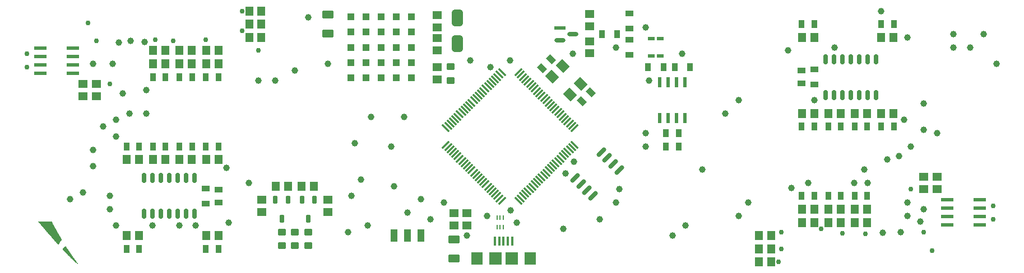
<source format=gtp>
G04*
G04 #@! TF.GenerationSoftware,Altium Limited,Altium Designer,24.2.2 (26)*
G04*
G04 Layer_Color=8421504*
%FSLAX44Y44*%
%MOMM*%
G71*
G04*
G04 #@! TF.SameCoordinates,29065ECF-91ED-40A2-A03B-0633D3A06584*
G04*
G04*
G04 #@! TF.FilePolarity,Positive*
G04*
G01*
G75*
%ADD17C,1.0000*%
%ADD18C,0.7500*%
%ADD19R,1.1500X1.3500*%
G04:AMPARAMS|DCode=20|XSize=1.7mm|YSize=2.5mm|CornerRadius=0.425mm|HoleSize=0mm|Usage=FLASHONLY|Rotation=180.000|XOffset=0mm|YOffset=0mm|HoleType=Round|Shape=RoundedRectangle|*
%AMROUNDEDRECTD20*
21,1,1.7000,1.6500,0,0,180.0*
21,1,0.8500,2.5000,0,0,180.0*
1,1,0.8500,-0.4250,0.8250*
1,1,0.8500,0.4250,0.8250*
1,1,0.8500,0.4250,-0.8250*
1,1,0.8500,-0.4250,-0.8250*
%
%ADD20ROUNDEDRECTD20*%
%ADD21R,1.3500X1.1500*%
G04:AMPARAMS|DCode=22|XSize=0.75mm|YSize=0.25mm|CornerRadius=0.01mm|HoleSize=0mm|Usage=FLASHONLY|Rotation=90.000|XOffset=0mm|YOffset=0mm|HoleType=Round|Shape=RoundedRectangle|*
%AMROUNDEDRECTD22*
21,1,0.7500,0.2300,0,0,90.0*
21,1,0.7300,0.2500,0,0,90.0*
1,1,0.0200,0.1150,0.3650*
1,1,0.0200,0.1150,-0.3650*
1,1,0.0200,-0.1150,-0.3650*
1,1,0.0200,-0.1150,0.3650*
%
%ADD22ROUNDEDRECTD22*%
G04:AMPARAMS|DCode=23|XSize=1.6mm|YSize=1.4mm|CornerRadius=0mm|HoleSize=0mm|Usage=FLASHONLY|Rotation=315.000|XOffset=0mm|YOffset=0mm|HoleType=Round|Shape=Rectangle|*
%AMROTATEDRECTD23*
4,1,4,-1.0607,0.0707,-0.0707,1.0607,1.0607,-0.0707,0.0707,-1.0607,-1.0607,0.0707,0.0*
%
%ADD23ROTATEDRECTD23*%

%ADD24R,0.4000X1.3500*%
%ADD25R,1.8000X1.9000*%
%ADD26R,1.9000X1.9000*%
%ADD27R,1.9812X0.5588*%
G04:AMPARAMS|DCode=28|XSize=0.6mm|YSize=1.45mm|CornerRadius=0.15mm|HoleSize=0mm|Usage=FLASHONLY|Rotation=180.000|XOffset=0mm|YOffset=0mm|HoleType=Round|Shape=RoundedRectangle|*
%AMROUNDEDRECTD28*
21,1,0.6000,1.1500,0,0,180.0*
21,1,0.3000,1.4500,0,0,180.0*
1,1,0.3000,-0.1500,0.5750*
1,1,0.3000,0.1500,0.5750*
1,1,0.3000,0.1500,-0.5750*
1,1,0.3000,-0.1500,-0.5750*
%
%ADD28ROUNDEDRECTD28*%
%ADD29R,0.6000X1.5500*%
G04:AMPARAMS|DCode=30|XSize=0.65mm|YSize=1.7mm|CornerRadius=0.1625mm|HoleSize=0mm|Usage=FLASHONLY|Rotation=315.000|XOffset=0mm|YOffset=0mm|HoleType=Round|Shape=RoundedRectangle|*
%AMROUNDEDRECTD30*
21,1,0.6500,1.3750,0,0,315.0*
21,1,0.3250,1.7000,0,0,315.0*
1,1,0.3250,-0.3712,-0.6010*
1,1,0.3250,-0.6010,-0.3712*
1,1,0.3250,0.3712,0.6010*
1,1,0.3250,0.6010,0.3712*
%
%ADD30ROUNDEDRECTD30*%
G04:AMPARAMS|DCode=31|XSize=1.475mm|YSize=0.3mm|CornerRadius=0mm|HoleSize=0mm|Usage=FLASHONLY|Rotation=315.000|XOffset=0mm|YOffset=0mm|HoleType=Round|Shape=Rectangle|*
%AMROTATEDRECTD31*
4,1,4,-0.6276,0.4154,-0.4154,0.6276,0.6276,-0.4154,0.4154,-0.6276,-0.6276,0.4154,0.0*
%
%ADD31ROTATEDRECTD31*%

G04:AMPARAMS|DCode=32|XSize=1.475mm|YSize=0.3mm|CornerRadius=0mm|HoleSize=0mm|Usage=FLASHONLY|Rotation=225.000|XOffset=0mm|YOffset=0mm|HoleType=Round|Shape=Rectangle|*
%AMROTATEDRECTD32*
4,1,4,0.4154,0.6276,0.6276,0.4154,-0.4154,-0.6276,-0.6276,-0.4154,0.4154,0.6276,0.0*
%
%ADD32ROTATEDRECTD32*%

%ADD33O,1.7000X0.6000*%
%ADD34R,1.7000X0.6000*%
G04:AMPARAMS|DCode=35|XSize=0.65mm|YSize=1.25mm|CornerRadius=0.1625mm|HoleSize=0mm|Usage=FLASHONLY|Rotation=0.000|XOffset=0mm|YOffset=0mm|HoleType=Round|Shape=RoundedRectangle|*
%AMROUNDEDRECTD35*
21,1,0.6500,0.9250,0,0,0.0*
21,1,0.3250,1.2500,0,0,0.0*
1,1,0.3250,0.1625,-0.4625*
1,1,0.3250,-0.1625,-0.4625*
1,1,0.3250,-0.1625,0.4625*
1,1,0.3250,0.1625,0.4625*
%
%ADD35ROUNDEDRECTD35*%
%ADD36R,1.1000X0.6000*%
G04:AMPARAMS|DCode=37|XSize=1.75mm|YSize=1.25mm|CornerRadius=0.3125mm|HoleSize=0mm|Usage=FLASHONLY|Rotation=180.000|XOffset=0mm|YOffset=0mm|HoleType=Round|Shape=RoundedRectangle|*
%AMROUNDEDRECTD37*
21,1,1.7500,0.6250,0,0,180.0*
21,1,1.1250,1.2500,0,0,180.0*
1,1,0.6250,-0.5625,0.3125*
1,1,0.6250,0.5625,0.3125*
1,1,0.6250,0.5625,-0.3125*
1,1,0.6250,-0.5625,-0.3125*
%
%ADD37ROUNDEDRECTD37*%
%ADD38R,1.0000X1.9000*%
%ADD39R,1.1000X1.1000*%
G04:AMPARAMS|DCode=40|XSize=1.2mm|YSize=1.1mm|CornerRadius=0.275mm|HoleSize=0mm|Usage=FLASHONLY|Rotation=0.000|XOffset=0mm|YOffset=0mm|HoleType=Round|Shape=RoundedRectangle|*
%AMROUNDEDRECTD40*
21,1,1.2000,0.5500,0,0,0.0*
21,1,0.6500,1.1000,0,0,0.0*
1,1,0.5500,0.3250,-0.2750*
1,1,0.5500,-0.3250,-0.2750*
1,1,0.5500,-0.3250,0.2750*
1,1,0.5500,0.3250,0.2750*
%
%ADD40ROUNDEDRECTD40*%
%ADD41R,0.9000X1.3000*%
%ADD42R,1.3000X0.9000*%
G04:AMPARAMS|DCode=43|XSize=0.9mm|YSize=1.3mm|CornerRadius=0mm|HoleSize=0mm|Usage=FLASHONLY|Rotation=225.000|XOffset=0mm|YOffset=0mm|HoleType=Round|Shape=Rectangle|*
%AMROTATEDRECTD43*
4,1,4,-0.1414,0.7778,0.7778,-0.1414,0.1414,-0.7778,-0.7778,0.1414,-0.1414,0.7778,0.0*
%
%ADD43ROTATEDRECTD43*%

G36*
X78763Y134031D02*
X78996D01*
Y133798D01*
X79230D01*
Y133565D01*
X78996D01*
Y133331D01*
X79230D01*
Y133098D01*
X79463D01*
Y132865D01*
X79696D01*
Y132631D01*
X79930D01*
Y132398D01*
X80163D01*
Y132164D01*
X79930D01*
Y132398D01*
X79696D01*
Y132164D01*
X79930D01*
Y131931D01*
X80163D01*
Y131698D01*
X80397D01*
Y131464D01*
X80630D01*
Y131231D01*
X80397D01*
Y130997D01*
X80863D01*
Y130764D01*
Y130531D01*
X81097D01*
Y130297D01*
X81330D01*
Y130064D01*
X81563D01*
Y129831D01*
X81330D01*
Y129597D01*
X81563D01*
Y129364D01*
X81797D01*
Y129131D01*
X82030D01*
Y128897D01*
X82264D01*
Y128664D01*
X82497D01*
Y128430D01*
X82264D01*
Y128197D01*
X82497D01*
Y127964D01*
X82730D01*
Y127730D01*
X82964D01*
Y127497D01*
X83197D01*
Y127264D01*
X83430D01*
Y127030D01*
X83197D01*
Y126797D01*
X83430D01*
Y126563D01*
X83664D01*
Y126330D01*
X83897D01*
Y126097D01*
X84131D01*
Y125863D01*
X84364D01*
Y125630D01*
X84131D01*
Y125396D01*
X84364D01*
Y125163D01*
X84597D01*
Y124930D01*
X84831D01*
Y124696D01*
X85064D01*
Y124463D01*
X85297D01*
Y124230D01*
X85064D01*
Y123996D01*
X85297D01*
Y123763D01*
X85531D01*
Y123530D01*
X85764D01*
Y123296D01*
X85997D01*
Y123063D01*
X86231D01*
Y122829D01*
X85997D01*
Y122596D01*
X86464D01*
Y122363D01*
Y122129D01*
X86698D01*
Y121896D01*
X86931D01*
Y121663D01*
X87164D01*
Y121429D01*
Y121196D01*
Y120962D01*
X87398D01*
Y120729D01*
X87631D01*
Y120496D01*
X87865D01*
Y120262D01*
X88098D01*
Y120029D01*
X87865D01*
Y119796D01*
X88565D01*
Y119562D01*
X88331D01*
Y119329D01*
X88565D01*
Y119095D01*
X88798D01*
Y118862D01*
X89031D01*
Y118629D01*
X89265D01*
Y118395D01*
X89498D01*
Y118162D01*
X89265D01*
Y117929D01*
X89498D01*
Y117695D01*
X89732D01*
Y117462D01*
X89965D01*
Y117228D01*
X90198D01*
Y116995D01*
X90432D01*
Y116762D01*
X90665D01*
Y116528D01*
X90898D01*
Y116295D01*
X90665D01*
Y116062D01*
X90898D01*
Y115828D01*
X91132D01*
Y115595D01*
X91365D01*
Y115361D01*
X91599D01*
Y115128D01*
X91832D01*
Y114895D01*
X92065D01*
Y114661D01*
X92299D01*
Y114428D01*
X92065D01*
Y114661D01*
X91832D01*
Y114428D01*
X92065D01*
Y114195D01*
X92299D01*
Y113961D01*
X92532D01*
Y113728D01*
X92765D01*
Y113495D01*
X92999D01*
Y113261D01*
X93232D01*
Y113028D01*
X92999D01*
Y112794D01*
X93465D01*
Y112561D01*
Y112328D01*
X93699D01*
Y112094D01*
X93932D01*
Y111861D01*
X94166D01*
Y111628D01*
X94399D01*
Y111394D01*
X94632D01*
Y111161D01*
X94399D01*
Y110927D01*
X94632D01*
Y110694D01*
X94866D01*
Y110461D01*
X95099D01*
Y110227D01*
X95332D01*
Y109994D01*
X95566D01*
Y109761D01*
X95332D01*
Y109527D01*
X96033D01*
Y109294D01*
X95799D01*
Y109060D01*
X96033D01*
Y108827D01*
X96266D01*
Y108594D01*
X96499D01*
Y108360D01*
X96733D01*
Y108127D01*
X96966D01*
Y107893D01*
X96733D01*
Y108127D01*
X96499D01*
Y107893D01*
X96733D01*
Y107660D01*
X96966D01*
Y107427D01*
X96733D01*
Y107193D01*
X96966D01*
Y106960D01*
X96733D01*
Y107193D01*
X96499D01*
Y106960D01*
X96266D01*
Y107193D01*
X96033D01*
Y107427D01*
X95332D01*
Y107660D01*
X95566D01*
Y107893D01*
X94866D01*
Y108127D01*
X94632D01*
Y108360D01*
X94399D01*
Y108594D01*
X94166D01*
Y108827D01*
X93932D01*
Y109060D01*
X93699D01*
Y109294D01*
X93465D01*
Y109527D01*
X93232D01*
Y109761D01*
X92999D01*
Y109994D01*
X92765D01*
Y110227D01*
X92532D01*
Y110461D01*
X92299D01*
Y110694D01*
X92065D01*
Y110927D01*
X91832D01*
Y111161D01*
X91599D01*
Y111394D01*
X91365D01*
Y111628D01*
X91132D01*
Y111861D01*
X90898D01*
Y112094D01*
X90198D01*
Y112328D01*
X90432D01*
Y112561D01*
X89732D01*
Y112794D01*
X89498D01*
Y113028D01*
X89265D01*
Y113261D01*
X89498D01*
Y113495D01*
X88798D01*
Y113728D01*
X88565D01*
Y113961D01*
X88331D01*
Y114195D01*
X88098D01*
Y114428D01*
X87865D01*
Y114661D01*
X87631D01*
Y114895D01*
X87398D01*
Y115128D01*
X87164D01*
Y115361D01*
X86931D01*
Y115595D01*
X86698D01*
Y115828D01*
X86464D01*
Y116062D01*
X86231D01*
Y116295D01*
X85997D01*
Y116528D01*
X85764D01*
Y116762D01*
X85531D01*
Y116995D01*
X85297D01*
Y117228D01*
X85064D01*
Y117462D01*
X84831D01*
Y117695D01*
X84597D01*
Y117929D01*
X84364D01*
Y118162D01*
X84131D01*
Y118395D01*
X83897D01*
Y118629D01*
X83664D01*
Y118862D01*
X83430D01*
Y119095D01*
X83197D01*
Y119329D01*
X82964D01*
Y119562D01*
X82730D01*
Y119796D01*
X82497D01*
Y120029D01*
X82264D01*
Y120262D01*
X82030D01*
Y120496D01*
X81797D01*
Y120729D01*
Y120962D01*
X81330D01*
Y121196D01*
X81097D01*
Y121429D01*
X80863D01*
Y121663D01*
X81097D01*
Y121896D01*
X80397D01*
Y122129D01*
X80163D01*
Y122363D01*
X79930D01*
Y122596D01*
X80163D01*
Y122829D01*
X79463D01*
Y123063D01*
X79696D01*
Y123296D01*
X78996D01*
Y123530D01*
X79230D01*
Y123763D01*
X78530D01*
Y123996D01*
X78763D01*
Y124230D01*
X78063D01*
Y124463D01*
X78296D01*
Y124696D01*
X78063D01*
Y124930D01*
X77829D01*
Y125163D01*
X77596D01*
Y125396D01*
X77363D01*
Y125630D01*
X77129D01*
Y125863D01*
X76896D01*
Y126097D01*
X76663D01*
Y126330D01*
X76429D01*
Y126563D01*
X76196D01*
Y126797D01*
X75963D01*
Y127030D01*
X75729D01*
Y127264D01*
X75496D01*
Y127497D01*
X75262D01*
Y127730D01*
X75029D01*
Y127964D01*
X74796D01*
Y128197D01*
X74562D01*
Y128430D01*
X74329D01*
Y128664D01*
X74096D01*
Y128897D01*
X73862D01*
Y129131D01*
X74096D01*
Y129364D01*
X73862D01*
Y129597D01*
X74096D01*
Y129831D01*
X74329D01*
Y130064D01*
X74562D01*
Y130297D01*
X74796D01*
Y130064D01*
X75029D01*
Y130297D01*
X74796D01*
Y130531D01*
X75029D01*
Y130764D01*
X75262D01*
Y130997D01*
X75496D01*
Y131231D01*
X75729D01*
Y131464D01*
X75963D01*
Y131698D01*
X75729D01*
Y131931D01*
X75963D01*
Y131698D01*
X76196D01*
Y131931D01*
X76429D01*
Y132164D01*
X76663D01*
Y132398D01*
X76896D01*
Y132631D01*
X76663D01*
Y132865D01*
X76896D01*
Y132631D01*
X77129D01*
Y132865D01*
X77363D01*
Y133098D01*
X77596D01*
Y133331D01*
X77829D01*
Y133565D01*
X77596D01*
Y133798D01*
X77829D01*
Y133565D01*
X78063D01*
Y133798D01*
X78296D01*
Y134031D01*
X78530D01*
Y133798D01*
X78763D01*
Y134031D01*
X78530D01*
Y134265D01*
X78763D01*
Y134031D01*
D02*
G37*
G36*
X51225Y171371D02*
X51458D01*
Y171138D01*
X51691D01*
Y171371D01*
X51925D01*
Y171138D01*
X52158D01*
Y171371D01*
X52392D01*
Y171138D01*
X52625D01*
Y171371D01*
X52858D01*
Y171138D01*
X53092D01*
Y171371D01*
X53325D01*
Y171138D01*
X53559D01*
Y171371D01*
X53792D01*
Y171138D01*
X54025D01*
Y171371D01*
X54259D01*
Y171138D01*
X54492D01*
Y171371D01*
X54725D01*
Y171138D01*
X54959D01*
Y171371D01*
X55192D01*
Y171138D01*
X55426D01*
Y171371D01*
X55659D01*
Y171138D01*
X55892D01*
Y171371D01*
X56126D01*
Y171138D01*
X56359D01*
Y171371D01*
X56592D01*
Y171138D01*
X56826D01*
Y171371D01*
X57059D01*
Y171138D01*
X57759D01*
Y170905D01*
X57993D01*
Y170671D01*
X58226D01*
Y170438D01*
X57993D01*
Y170204D01*
X58226D01*
Y169971D01*
X58459D01*
Y169738D01*
X58693D01*
Y169504D01*
X58459D01*
Y169271D01*
X58693D01*
Y169037D01*
X58926D01*
Y168804D01*
X59159D01*
Y168571D01*
X58926D01*
Y168337D01*
X59159D01*
Y168104D01*
X59393D01*
Y167871D01*
X59626D01*
Y167637D01*
X59393D01*
Y167404D01*
X59626D01*
Y167171D01*
X59860D01*
Y166937D01*
X60093D01*
Y166704D01*
X59860D01*
Y166470D01*
X60326D01*
Y166237D01*
Y166004D01*
X60560D01*
Y165770D01*
X60793D01*
Y165537D01*
X61027D01*
Y165304D01*
X60793D01*
Y165070D01*
X61027D01*
Y164837D01*
X61260D01*
Y164603D01*
X61493D01*
Y164370D01*
X61260D01*
Y164137D01*
X61493D01*
Y163903D01*
X61727D01*
Y163670D01*
X61960D01*
Y163437D01*
X61727D01*
Y163203D01*
X61960D01*
Y162970D01*
X62193D01*
Y162736D01*
X62427D01*
Y162503D01*
X62193D01*
Y162270D01*
X62427D01*
Y162036D01*
X62660D01*
Y161803D01*
X62894D01*
Y161570D01*
X63127D01*
Y161336D01*
X63360D01*
Y161103D01*
X63127D01*
Y161336D01*
X62894D01*
Y161570D01*
X62660D01*
Y161336D01*
X62894D01*
Y161103D01*
X63127D01*
Y160870D01*
X63360D01*
Y160636D01*
X63127D01*
Y160403D01*
X63594D01*
Y160169D01*
Y159936D01*
X63827D01*
Y159703D01*
X64060D01*
Y159469D01*
X64294D01*
Y159236D01*
X64060D01*
Y159002D01*
X64294D01*
Y158769D01*
X64527D01*
Y158536D01*
X64760D01*
Y158302D01*
X64527D01*
Y158069D01*
X64760D01*
Y157836D01*
X64994D01*
Y157602D01*
X65227D01*
Y157369D01*
X64994D01*
Y157135D01*
X65227D01*
Y156902D01*
X65461D01*
Y156669D01*
X65694D01*
Y156435D01*
X65461D01*
Y156202D01*
X66161D01*
Y155969D01*
X65927D01*
Y155735D01*
X66161D01*
Y155502D01*
X66394D01*
Y155268D01*
X66627D01*
Y155035D01*
X66394D01*
Y154802D01*
X66627D01*
Y154568D01*
X66861D01*
Y154335D01*
X67094D01*
Y154102D01*
X66861D01*
Y153868D01*
X67094D01*
Y153635D01*
X67328D01*
Y153401D01*
X67561D01*
Y153168D01*
X67794D01*
Y152935D01*
X68028D01*
Y152701D01*
X67794D01*
Y152935D01*
X67561D01*
Y152701D01*
X67794D01*
Y152468D01*
X68028D01*
Y152235D01*
X68261D01*
Y152001D01*
X68495D01*
Y151768D01*
X68261D01*
Y151535D01*
X68495D01*
Y151301D01*
X68728D01*
Y151068D01*
X68961D01*
Y150834D01*
X68728D01*
Y150601D01*
X68961D01*
Y150368D01*
X69195D01*
Y150134D01*
X69428D01*
Y149901D01*
X69195D01*
Y149668D01*
X69661D01*
Y149434D01*
Y149201D01*
X69895D01*
Y148967D01*
X70128D01*
Y148734D01*
X70361D01*
Y148501D01*
X70128D01*
Y148267D01*
X70361D01*
Y148034D01*
X70595D01*
Y147801D01*
X70828D01*
Y147567D01*
X70595D01*
Y147334D01*
X70828D01*
Y147100D01*
X71062D01*
Y146867D01*
X71295D01*
Y146634D01*
X71528D01*
Y146400D01*
X71762D01*
Y146167D01*
X71528D01*
Y146400D01*
X71295D01*
Y146167D01*
X71528D01*
Y145934D01*
X71762D01*
Y145700D01*
X71995D01*
Y145467D01*
X72228D01*
Y145233D01*
X71995D01*
Y145000D01*
X72228D01*
Y144767D01*
X72462D01*
Y144533D01*
X72695D01*
Y144300D01*
X72462D01*
Y144066D01*
X72695D01*
Y143833D01*
X72462D01*
Y143600D01*
X72695D01*
Y143366D01*
X72462D01*
Y143600D01*
X72228D01*
Y143366D01*
X71995D01*
Y143133D01*
X72228D01*
Y142900D01*
X71995D01*
Y142666D01*
X71762D01*
Y142433D01*
X71528D01*
Y142199D01*
X71762D01*
Y141966D01*
X71528D01*
Y141733D01*
X71295D01*
Y141499D01*
X71062D01*
Y141266D01*
X70828D01*
Y141033D01*
X70595D01*
Y140799D01*
X70828D01*
Y140566D01*
X70128D01*
Y140332D01*
X70361D01*
Y140099D01*
X70128D01*
Y139866D01*
X69895D01*
Y139632D01*
X69661D01*
Y139399D01*
X69895D01*
Y139166D01*
X69661D01*
Y138932D01*
X69428D01*
Y138699D01*
X69195D01*
Y138465D01*
X69428D01*
Y138232D01*
X69195D01*
Y138465D01*
X68961D01*
Y138232D01*
X68728D01*
Y137999D01*
X68961D01*
Y137765D01*
X68261D01*
Y137532D01*
X68495D01*
Y137299D01*
X68261D01*
Y137065D01*
X68028D01*
Y136832D01*
X67794D01*
Y136599D01*
X67561D01*
Y136365D01*
X67328D01*
Y136132D01*
X67094D01*
Y136365D01*
X66861D01*
Y136599D01*
X66627D01*
Y136832D01*
X66394D01*
Y137065D01*
X66161D01*
Y137299D01*
X65927D01*
Y137532D01*
X66161D01*
Y137765D01*
X65927D01*
Y137999D01*
X65694D01*
Y138232D01*
X65461D01*
Y138465D01*
X65227D01*
Y138699D01*
X64994D01*
Y138932D01*
X64760D01*
Y139166D01*
X64527D01*
Y139399D01*
X64294D01*
Y139632D01*
X64060D01*
Y139866D01*
X63827D01*
Y140099D01*
X63594D01*
Y140332D01*
X63360D01*
Y140566D01*
X63127D01*
Y140799D01*
X62894D01*
Y141033D01*
X62660D01*
Y141266D01*
X62894D01*
Y141499D01*
X62193D01*
Y141733D01*
X62427D01*
Y141966D01*
X61727D01*
Y142199D01*
X61960D01*
Y142433D01*
X61727D01*
Y142666D01*
X61493D01*
Y142900D01*
X61260D01*
Y143133D01*
X61027D01*
Y143366D01*
X60793D01*
Y143600D01*
X60560D01*
Y143833D01*
X60326D01*
Y144066D01*
X60560D01*
Y144300D01*
X60326D01*
Y144533D01*
X60093D01*
Y144767D01*
X59860D01*
Y145000D01*
X59626D01*
Y145233D01*
X59393D01*
Y145467D01*
X59159D01*
Y145700D01*
X58926D01*
Y145934D01*
X58693D01*
Y146167D01*
X58459D01*
Y146400D01*
X58226D01*
Y146634D01*
X57993D01*
Y146867D01*
X57759D01*
Y147100D01*
X57526D01*
Y147334D01*
X57292D01*
Y147567D01*
X57059D01*
Y147801D01*
X57292D01*
Y148034D01*
X56592D01*
Y148267D01*
X56826D01*
Y148501D01*
X56126D01*
Y148734D01*
X56359D01*
Y148967D01*
X56126D01*
Y149201D01*
X55892D01*
Y149434D01*
X55659D01*
Y149668D01*
X55426D01*
Y149901D01*
X55192D01*
Y150134D01*
X54959D01*
Y150368D01*
X54725D01*
Y150601D01*
X54492D01*
Y150834D01*
X54259D01*
Y151068D01*
Y151301D01*
X53792D01*
Y151535D01*
X54025D01*
Y151768D01*
X53792D01*
Y152001D01*
X53559D01*
Y152235D01*
X53325D01*
Y152468D01*
X53092D01*
Y152701D01*
X52858D01*
Y152935D01*
X52625D01*
Y153168D01*
X52392D01*
Y153401D01*
X52158D01*
Y153635D01*
X51925D01*
Y153868D01*
X51691D01*
Y154102D01*
X51458D01*
Y154335D01*
X51225D01*
Y154568D01*
X50991D01*
Y154802D01*
X50758D01*
Y155035D01*
X50525D01*
Y155268D01*
X50758D01*
Y155502D01*
X50058D01*
Y155735D01*
X50291D01*
Y155969D01*
X49591D01*
Y156202D01*
X49825D01*
Y156435D01*
X49591D01*
Y156669D01*
X49358D01*
Y156902D01*
X49124D01*
Y157135D01*
X48891D01*
Y157369D01*
X48658D01*
Y157602D01*
X48424D01*
Y157836D01*
X48191D01*
Y158069D01*
X47958D01*
Y158302D01*
X47724D01*
Y158536D01*
X47491D01*
Y158769D01*
X47257D01*
Y159002D01*
X47491D01*
Y159236D01*
X47257D01*
Y159469D01*
X47024D01*
Y159703D01*
X46791D01*
Y159936D01*
X46557D01*
Y160169D01*
X46324D01*
Y160403D01*
X46090D01*
Y160636D01*
X45857D01*
Y160870D01*
X45624D01*
Y161103D01*
X45390D01*
Y161336D01*
X45157D01*
Y161570D01*
X44924D01*
Y161803D01*
X44690D01*
Y162036D01*
X44457D01*
Y162270D01*
X44224D01*
Y162503D01*
X43990D01*
Y162736D01*
X43757D01*
Y162970D01*
X43523D01*
Y163203D01*
X43757D01*
Y163437D01*
X43057D01*
Y163670D01*
X43290D01*
Y163903D01*
X43057D01*
Y164137D01*
X42823D01*
Y164370D01*
X42590D01*
Y164603D01*
X42357D01*
Y164837D01*
X42123D01*
Y165070D01*
X41890D01*
Y165304D01*
X41656D01*
Y165537D01*
Y165770D01*
X41190D01*
Y166004D01*
X41423D01*
Y166237D01*
X40723D01*
Y166470D01*
X40956D01*
Y166704D01*
X40723D01*
Y166937D01*
X40490D01*
Y167171D01*
X40256D01*
Y167404D01*
X40023D01*
Y167637D01*
X39790D01*
Y167871D01*
X39556D01*
Y168104D01*
X39323D01*
Y168337D01*
X39089D01*
Y168571D01*
X38856D01*
Y168804D01*
X38623D01*
Y169037D01*
X38389D01*
Y169271D01*
X38156D01*
Y169504D01*
X37922D01*
Y169738D01*
X37689D01*
Y169971D01*
X37456D01*
Y170204D01*
X37689D01*
Y170438D01*
X36989D01*
Y170671D01*
X37222D01*
Y170905D01*
X36989D01*
Y171138D01*
X36756D01*
Y171371D01*
X36989D01*
Y171605D01*
X37689D01*
Y171371D01*
X37922D01*
Y171605D01*
X38623D01*
Y171371D01*
X38856D01*
Y171605D01*
X39556D01*
Y171371D01*
X39790D01*
Y171605D01*
X40023D01*
Y171371D01*
X40256D01*
Y171138D01*
X40490D01*
Y171371D01*
X40256D01*
Y171605D01*
X40490D01*
Y171371D01*
X40723D01*
Y171605D01*
X40956D01*
Y171371D01*
X41190D01*
Y171138D01*
X41423D01*
Y171371D01*
X41190D01*
Y171605D01*
X41423D01*
Y171371D01*
X41656D01*
Y171605D01*
X41890D01*
Y171371D01*
X42123D01*
Y171138D01*
X42357D01*
Y171371D01*
X42123D01*
Y171605D01*
X42357D01*
Y171371D01*
X42590D01*
Y171605D01*
X42823D01*
Y171371D01*
X43057D01*
Y171138D01*
X43290D01*
Y171371D01*
X43057D01*
Y171605D01*
X43290D01*
Y171371D01*
X43523D01*
Y171605D01*
X43757D01*
Y171371D01*
X43990D01*
Y171138D01*
X44224D01*
Y171371D01*
X43990D01*
Y171605D01*
X44224D01*
Y171371D01*
X44457D01*
Y171605D01*
X44690D01*
Y171371D01*
X44924D01*
Y171138D01*
X45157D01*
Y171371D01*
X44924D01*
Y171605D01*
X45157D01*
Y171371D01*
X45390D01*
Y171605D01*
X45624D01*
Y171371D01*
X45857D01*
Y171138D01*
X46090D01*
Y171371D01*
X45857D01*
Y171605D01*
X46090D01*
Y171371D01*
X46324D01*
Y171138D01*
X46557D01*
Y171371D01*
X46324D01*
Y171605D01*
X46557D01*
Y171371D01*
X46791D01*
Y171138D01*
X47024D01*
Y171371D01*
X46791D01*
Y171605D01*
X47024D01*
Y171371D01*
X47257D01*
Y171138D01*
X47491D01*
Y171371D01*
X47257D01*
Y171605D01*
X47491D01*
Y171371D01*
X47724D01*
Y171138D01*
X47958D01*
Y171371D01*
X47724D01*
Y171605D01*
X47958D01*
Y171371D01*
X48191D01*
Y171138D01*
X48424D01*
Y171371D01*
X48191D01*
Y171605D01*
X48424D01*
Y171371D01*
X48658D01*
Y171138D01*
X48891D01*
Y171371D01*
X48658D01*
Y171605D01*
X48891D01*
Y171371D01*
X49124D01*
Y171138D01*
X49358D01*
Y171371D01*
X49124D01*
Y171605D01*
X49358D01*
Y171371D01*
X49591D01*
Y171138D01*
X49825D01*
Y171371D01*
X49591D01*
Y171605D01*
X49825D01*
Y171371D01*
X50058D01*
Y171138D01*
X50291D01*
Y171371D01*
X50058D01*
Y171605D01*
X50291D01*
Y171371D01*
X50525D01*
Y171138D01*
X50758D01*
Y171371D01*
X50991D01*
Y171138D01*
X51225D01*
Y171371D01*
X50991D01*
Y171605D01*
X51225D01*
Y171371D01*
D02*
G37*
%LPC*%
G36*
X85764Y123296D02*
X85531D01*
Y123063D01*
X85764D01*
Y123296D01*
D02*
G37*
G36*
X90432Y116762D02*
X90198D01*
Y116528D01*
X90432D01*
Y116762D01*
D02*
G37*
G36*
X92765Y113495D02*
X92532D01*
Y113261D01*
X92765D01*
Y113495D01*
D02*
G37*
G36*
X95099Y110227D02*
X94866D01*
Y109994D01*
X95099D01*
Y110227D01*
D02*
G37*
G36*
X94632Y108827D02*
X94399D01*
Y108594D01*
X94632D01*
Y108827D01*
D02*
G37*
G36*
X95099Y108360D02*
X94866D01*
Y108127D01*
X95099D01*
Y108360D01*
D02*
G37*
G36*
X39556Y171371D02*
X39323D01*
Y171138D01*
X39556D01*
Y171371D01*
D02*
G37*
G36*
X38623D02*
X38389D01*
Y171138D01*
X38623D01*
Y171371D01*
D02*
G37*
G36*
X38156Y169971D02*
X37922D01*
Y169738D01*
X38156D01*
Y169971D01*
D02*
G37*
G36*
X38623Y169504D02*
X38389D01*
Y169271D01*
X38623D01*
Y169504D01*
D02*
G37*
G36*
X61027Y164837D02*
X60793D01*
Y164603D01*
X61027D01*
Y164837D01*
D02*
G37*
G36*
X61960Y162970D02*
X61727D01*
Y162736D01*
X61960D01*
Y162970D01*
D02*
G37*
G36*
X44224D02*
X43990D01*
Y162736D01*
X44224D01*
Y162970D01*
D02*
G37*
G36*
X44690Y162503D02*
X44457D01*
Y162270D01*
X44690D01*
Y162503D01*
D02*
G37*
G36*
X45157Y162036D02*
X44924D01*
Y161803D01*
X45157D01*
Y162036D01*
D02*
G37*
G36*
X51225Y155035D02*
X50991D01*
Y154802D01*
X51225D01*
Y155035D01*
D02*
G37*
G36*
X66627Y154568D02*
X66394D01*
Y154335D01*
X66627D01*
Y154568D01*
D02*
G37*
G36*
X51691D02*
X51458D01*
Y154335D01*
X51691D01*
Y154568D01*
D02*
G37*
G36*
X57759Y147567D02*
X57526D01*
Y147334D01*
X57759D01*
Y147567D01*
D02*
G37*
G36*
X58226Y147100D02*
X57993D01*
Y146867D01*
X58226D01*
Y147100D01*
D02*
G37*
G36*
X63360Y141033D02*
X63127D01*
Y140799D01*
X63360D01*
Y141033D01*
D02*
G37*
G36*
X63827Y140566D02*
X63594D01*
Y140332D01*
X63827D01*
Y140566D01*
D02*
G37*
G36*
X64294Y140099D02*
X64060D01*
Y139866D01*
X64294D01*
Y140099D01*
D02*
G37*
G36*
X64760Y139632D02*
X64527D01*
Y139399D01*
X64760D01*
Y139632D01*
D02*
G37*
%LPD*%
D17*
X1015000Y165000D02*
D03*
X615000Y205000D02*
D03*
X505000Y155000D02*
D03*
X1095000Y355000D02*
D03*
X690000Y415000D02*
D03*
X570000Y285000D02*
D03*
X510000Y210000D02*
D03*
X355000Y230000D02*
D03*
X1240000Y435000D02*
D03*
X250000Y165000D02*
D03*
X475000Y410000D02*
D03*
X1075000Y335000D02*
D03*
X1285000Y250000D02*
D03*
X535000Y165000D02*
D03*
X515000Y290000D02*
D03*
X200000Y335000D02*
D03*
X1485000Y410000D02*
D03*
X275000Y165000D02*
D03*
X595000Y185000D02*
D03*
X915000Y220000D02*
D03*
X1345000Y325000D02*
D03*
X425000Y400000D02*
D03*
X1095000Y180000D02*
D03*
X200000Y370000D02*
D03*
X158785Y441913D02*
D03*
X120000Y410000D02*
D03*
X370000Y385000D02*
D03*
X1375000Y190000D02*
D03*
X1270000Y230000D02*
D03*
X1200000D02*
D03*
X1174773Y222342D02*
D03*
X1290000Y230000D02*
D03*
X575000Y225000D02*
D03*
X995000Y150000D02*
D03*
X165000Y365000D02*
D03*
X176300Y444439D02*
D03*
X1350000Y200000D02*
D03*
X1312845Y154292D02*
D03*
X1370000Y171241D02*
D03*
X150000Y410000D02*
D03*
X1110000Y200000D02*
D03*
X395000Y385000D02*
D03*
X197758Y442696D02*
D03*
X1350000Y180000D02*
D03*
X1340000Y155000D02*
D03*
X325000Y170000D02*
D03*
X321605Y252937D02*
D03*
X525000Y235000D02*
D03*
X1040000Y250000D02*
D03*
X1210000Y355000D02*
D03*
X1170000Y430000D02*
D03*
X885000Y175000D02*
D03*
X955000Y285000D02*
D03*
X910000Y200000D02*
D03*
X715000Y180000D02*
D03*
X760000Y169785D02*
D03*
X650000Y200000D02*
D03*
X846054Y261959D02*
D03*
X955000Y305000D02*
D03*
X833610Y244008D02*
D03*
X830000Y160000D02*
D03*
X720000Y405000D02*
D03*
X85000Y205000D02*
D03*
X105000Y215000D02*
D03*
X155000Y325000D02*
D03*
X120000Y255000D02*
D03*
Y280000D02*
D03*
X135000Y315000D02*
D03*
X175000Y335000D02*
D03*
X210000Y165000D02*
D03*
X145000Y190000D02*
D03*
Y210000D02*
D03*
X155000Y300000D02*
D03*
Y165000D02*
D03*
X1337386Y270641D02*
D03*
X1320000Y265000D02*
D03*
X1355000Y285000D02*
D03*
X1395000Y305000D02*
D03*
X1350000Y450000D02*
D03*
X1375000Y310000D02*
D03*
Y350000D02*
D03*
X1420000Y455000D02*
D03*
X1445000Y435000D02*
D03*
X1420000D02*
D03*
X1310000Y490000D02*
D03*
X445000Y480000D02*
D03*
X750000Y415000D02*
D03*
X845000Y425000D02*
D03*
X910000Y435000D02*
D03*
X960000Y385000D02*
D03*
X955000Y465000D02*
D03*
X685000Y150000D02*
D03*
X1465000Y455000D02*
D03*
X590000Y330000D02*
D03*
X630000Y175000D02*
D03*
X540000Y330000D02*
D03*
X750439Y188090D02*
D03*
X1010000Y425000D02*
D03*
D18*
X20000D02*
D03*
Y405000D02*
D03*
X112424Y471826D02*
D03*
X125000Y445000D02*
D03*
X145000Y380000D02*
D03*
X345000Y490000D02*
D03*
X214132Y446577D02*
D03*
X241281Y444439D02*
D03*
X290065Y446730D02*
D03*
X370000Y430000D02*
D03*
X345000Y460000D02*
D03*
X1480000Y175000D02*
D03*
Y195000D02*
D03*
X1387531Y127500D02*
D03*
X1375000Y155000D02*
D03*
X1355000Y220000D02*
D03*
X1155000Y110000D02*
D03*
X1287035Y153042D02*
D03*
X1251527Y153791D02*
D03*
X1220000Y160000D02*
D03*
X1160000Y130000D02*
D03*
Y155000D02*
D03*
D19*
X1144250Y130000D02*
D03*
X1125750D02*
D03*
X1144250Y150000D02*
D03*
X1125750D02*
D03*
X1144250Y110000D02*
D03*
X1125750D02*
D03*
X414250Y225000D02*
D03*
X395750D02*
D03*
X435000D02*
D03*
X453500D02*
D03*
X374250Y450000D02*
D03*
X355750D02*
D03*
X374249Y470004D02*
D03*
X355749D02*
D03*
X374250Y490000D02*
D03*
X355750D02*
D03*
X1289250Y190000D02*
D03*
X1270750D02*
D03*
X210750Y410000D02*
D03*
X229250D02*
D03*
X1270750Y170000D02*
D03*
X1289250D02*
D03*
X229250Y430000D02*
D03*
X210750D02*
D03*
X1249250Y190000D02*
D03*
X1230750D02*
D03*
X250750Y410000D02*
D03*
X269250D02*
D03*
X1230750Y170000D02*
D03*
X1249250D02*
D03*
X269250Y430000D02*
D03*
X250750D02*
D03*
X1209250Y190000D02*
D03*
X1190750D02*
D03*
X290750Y410000D02*
D03*
X309250D02*
D03*
X1190750Y170000D02*
D03*
X1209250D02*
D03*
X309250Y430000D02*
D03*
X290750D02*
D03*
X1209250Y450000D02*
D03*
X1190750D02*
D03*
X290750Y150000D02*
D03*
X309250D02*
D03*
X1329250Y450000D02*
D03*
X1310750D02*
D03*
X170750Y150000D02*
D03*
X189250D02*
D03*
X1209250Y335000D02*
D03*
X1190750D02*
D03*
X290750Y265000D02*
D03*
X309250D02*
D03*
X1310750Y335000D02*
D03*
X1329250D02*
D03*
X189250Y265000D02*
D03*
X170750D02*
D03*
X1249250Y335000D02*
D03*
X1230750D02*
D03*
X250750Y265000D02*
D03*
X269250D02*
D03*
X1270750Y335000D02*
D03*
X1289250D02*
D03*
X229250Y265000D02*
D03*
X210750D02*
D03*
D20*
X670000Y440250D02*
D03*
Y479750D02*
D03*
D21*
X640000Y483500D02*
D03*
Y465000D02*
D03*
Y449250D02*
D03*
Y430750D02*
D03*
X665000Y184250D02*
D03*
Y165750D02*
D03*
X685000D02*
D03*
Y184250D02*
D03*
X375000Y204250D02*
D03*
Y185750D02*
D03*
X475000Y204250D02*
D03*
Y185750D02*
D03*
X1375000Y220750D02*
D03*
Y239250D02*
D03*
X125000Y379250D02*
D03*
Y360750D02*
D03*
X1395000Y239250D02*
D03*
Y220750D02*
D03*
X105000Y360750D02*
D03*
Y379250D02*
D03*
X870000Y485000D02*
D03*
Y466500D02*
D03*
Y425750D02*
D03*
Y444250D02*
D03*
X640000Y405000D02*
D03*
Y386500D02*
D03*
D22*
X730000Y163100D02*
D03*
X735000D02*
D03*
X740000D02*
D03*
Y176900D02*
D03*
X735000D02*
D03*
X730000D02*
D03*
D23*
X813433Y390303D02*
D03*
X840303Y363433D02*
D03*
X856567Y379697D02*
D03*
X829697Y406567D02*
D03*
D24*
X746500Y141750D02*
D03*
X740000D02*
D03*
X733500D02*
D03*
X753000D02*
D03*
X727000D02*
D03*
D25*
X780000Y115000D02*
D03*
X700000D02*
D03*
D26*
X752000D02*
D03*
X728000D02*
D03*
D27*
X1459638Y165950D02*
D03*
Y178650D02*
D03*
Y191350D02*
D03*
Y204050D02*
D03*
X1410362D02*
D03*
Y191350D02*
D03*
Y178650D02*
D03*
Y165950D02*
D03*
X40362Y434050D02*
D03*
Y421350D02*
D03*
Y408650D02*
D03*
Y395950D02*
D03*
X89638D02*
D03*
Y408650D02*
D03*
Y421350D02*
D03*
Y434050D02*
D03*
D28*
X1303100Y417250D02*
D03*
X1290400D02*
D03*
X1277700D02*
D03*
X1265000D02*
D03*
X1252300D02*
D03*
X1239600D02*
D03*
X1226900D02*
D03*
X1303100Y362750D02*
D03*
X1290400D02*
D03*
X1277700D02*
D03*
X1265000D02*
D03*
X1252300D02*
D03*
X1239600D02*
D03*
X1226900D02*
D03*
X196900Y182750D02*
D03*
X209600D02*
D03*
X222300D02*
D03*
X235000D02*
D03*
X247700D02*
D03*
X260400D02*
D03*
X273100D02*
D03*
X196900Y237250D02*
D03*
X209600D02*
D03*
X222300D02*
D03*
X235000D02*
D03*
X247700D02*
D03*
X260400D02*
D03*
X273100D02*
D03*
D29*
X1014050Y382000D02*
D03*
X1001350D02*
D03*
X988650D02*
D03*
X975950D02*
D03*
X1014050Y328000D02*
D03*
X1001350D02*
D03*
X988650D02*
D03*
X975950D02*
D03*
D30*
X848059Y236941D02*
D03*
X857039Y227960D02*
D03*
X866020Y218980D02*
D03*
X875000Y210000D02*
D03*
X887657Y276539D02*
D03*
X896637Y267558D02*
D03*
X905618Y258578D02*
D03*
X914598Y249598D02*
D03*
D31*
X847142Y287710D02*
D03*
X843607Y284175D02*
D03*
X840071Y280639D02*
D03*
X836536Y277104D02*
D03*
X833000Y273568D02*
D03*
X829465Y270033D02*
D03*
X825929Y266497D02*
D03*
X822394Y262962D02*
D03*
X818858Y259426D02*
D03*
X815322Y255891D02*
D03*
X811787Y252355D02*
D03*
X808251Y248820D02*
D03*
X804716Y245284D02*
D03*
X801180Y241749D02*
D03*
X797645Y238213D02*
D03*
X794109Y234678D02*
D03*
X790574Y231142D02*
D03*
X787038Y227606D02*
D03*
X783503Y224071D02*
D03*
X779967Y220535D02*
D03*
X776432Y217000D02*
D03*
X772896Y213464D02*
D03*
X769361Y209929D02*
D03*
X765825Y206393D02*
D03*
X762290Y202858D02*
D03*
X652858Y312290D02*
D03*
X656393Y315825D02*
D03*
X659929Y319361D02*
D03*
X663464Y322896D02*
D03*
X667000Y326432D02*
D03*
X670535Y329967D02*
D03*
X674071Y333503D02*
D03*
X677606Y337038D02*
D03*
X681142Y340574D02*
D03*
X684678Y344109D02*
D03*
X688213Y347645D02*
D03*
X691749Y351180D02*
D03*
X695284Y354716D02*
D03*
X698820Y358251D02*
D03*
X702355Y361787D02*
D03*
X705891Y365322D02*
D03*
X709426Y368858D02*
D03*
X712962Y372394D02*
D03*
X716497Y375929D02*
D03*
X720033Y379465D02*
D03*
X723568Y383000D02*
D03*
X727104Y386536D02*
D03*
X730639Y390071D02*
D03*
X734175Y393607D02*
D03*
X737710Y397142D02*
D03*
D32*
Y202858D02*
D03*
X734175Y206393D02*
D03*
X730639Y209929D02*
D03*
X727104Y213464D02*
D03*
X723568Y217000D02*
D03*
X720033Y220535D02*
D03*
X716497Y224071D02*
D03*
X712962Y227606D02*
D03*
X709426Y231142D02*
D03*
X705891Y234678D02*
D03*
X702355Y238213D02*
D03*
X698820Y241749D02*
D03*
X695284Y245284D02*
D03*
X691749Y248820D02*
D03*
X688213Y252355D02*
D03*
X684678Y255891D02*
D03*
X681142Y259426D02*
D03*
X677606Y262962D02*
D03*
X674071Y266497D02*
D03*
X670535Y270033D02*
D03*
X667000Y273568D02*
D03*
X663464Y277104D02*
D03*
X659929Y280639D02*
D03*
X656393Y284175D02*
D03*
X652858Y287710D02*
D03*
X762290Y397142D02*
D03*
X765825Y393607D02*
D03*
X769361Y390071D02*
D03*
X772896Y386536D02*
D03*
X776432Y383000D02*
D03*
X779967Y379465D02*
D03*
X783503Y375929D02*
D03*
X787038Y372394D02*
D03*
X790574Y368858D02*
D03*
X794109Y365322D02*
D03*
X797645Y361787D02*
D03*
X801180Y358251D02*
D03*
X804716Y354716D02*
D03*
X808251Y351180D02*
D03*
X811787Y347645D02*
D03*
X815322Y344109D02*
D03*
X818858Y340574D02*
D03*
X822394Y337038D02*
D03*
X825929Y333503D02*
D03*
X829465Y329967D02*
D03*
X833000Y326432D02*
D03*
X836536Y322896D02*
D03*
X840071Y319361D02*
D03*
X843607Y315825D02*
D03*
X847142Y312290D02*
D03*
D33*
X845000Y455000D02*
D03*
X825000Y445500D02*
D03*
D34*
Y464500D02*
D03*
D35*
X405000Y175750D02*
D03*
X395500Y204250D02*
D03*
X414500D02*
D03*
X445000Y175750D02*
D03*
X435500Y204250D02*
D03*
X454500D02*
D03*
D36*
X977000Y448000D02*
D03*
X963000Y422000D02*
D03*
X977000D02*
D03*
X963000Y448000D02*
D03*
D37*
X665000Y144250D02*
D03*
Y115750D02*
D03*
X475000Y455750D02*
D03*
Y484250D02*
D03*
D38*
X575000Y150500D02*
D03*
X595000D02*
D03*
X615000D02*
D03*
D39*
X509200Y480800D02*
D03*
X532100D02*
D03*
X555000D02*
D03*
X577900D02*
D03*
X600800D02*
D03*
X509200Y457900D02*
D03*
X532100D02*
D03*
X555000D02*
D03*
X577900D02*
D03*
X600800D02*
D03*
X509200Y435000D02*
D03*
X532100D02*
D03*
X555000D02*
D03*
X577900D02*
D03*
X600800D02*
D03*
X509200Y412100D02*
D03*
X532100D02*
D03*
X555000D02*
D03*
X577900D02*
D03*
X600800D02*
D03*
X509200Y389200D02*
D03*
X532100D02*
D03*
X555000D02*
D03*
X577900D02*
D03*
X600800D02*
D03*
D40*
X405000Y134500D02*
D03*
Y155500D02*
D03*
X425005Y134501D02*
D03*
Y155500D02*
D03*
X445000Y134500D02*
D03*
Y155500D02*
D03*
X660000Y405500D02*
D03*
Y384500D02*
D03*
D41*
X1289500Y210000D02*
D03*
X1270500D02*
D03*
X210500Y390000D02*
D03*
X229500D02*
D03*
X1249500Y210000D02*
D03*
X1230500D02*
D03*
X250500Y390000D02*
D03*
X269500D02*
D03*
X1209500Y210000D02*
D03*
X1190500D02*
D03*
X290500Y390000D02*
D03*
X309500D02*
D03*
X1209500Y470000D02*
D03*
X1190500D02*
D03*
X290500Y130000D02*
D03*
X309500D02*
D03*
X1310500Y470000D02*
D03*
X1329500D02*
D03*
X189500Y130000D02*
D03*
X170500D02*
D03*
X1209500Y315000D02*
D03*
X1190500D02*
D03*
X290500Y285000D02*
D03*
X309500D02*
D03*
X1329500Y315000D02*
D03*
X1310500D02*
D03*
X170500Y285000D02*
D03*
X189500D02*
D03*
X1249500Y315000D02*
D03*
X1230500D02*
D03*
X250500Y285000D02*
D03*
X269500D02*
D03*
X1289500Y315000D02*
D03*
X1270500D02*
D03*
X210500Y285000D02*
D03*
X229500D02*
D03*
X985500Y285000D02*
D03*
X1004500D02*
D03*
X985500Y305005D02*
D03*
X1004500D02*
D03*
X888500Y455000D02*
D03*
X911500D02*
D03*
X958500Y405000D02*
D03*
X981500D02*
D03*
X1021500D02*
D03*
X998500D02*
D03*
D42*
X1190000Y399502D02*
D03*
Y380502D02*
D03*
X310000Y200500D02*
D03*
Y219500D02*
D03*
X1210000Y378500D02*
D03*
Y401500D02*
D03*
X290000Y221500D02*
D03*
Y198500D02*
D03*
X930000Y463500D02*
D03*
Y486500D02*
D03*
X930000Y446500D02*
D03*
Y423500D02*
D03*
D43*
X811718Y416717D02*
D03*
X798282Y403283D02*
D03*
X858282Y353283D02*
D03*
X871718Y366717D02*
D03*
M02*

</source>
